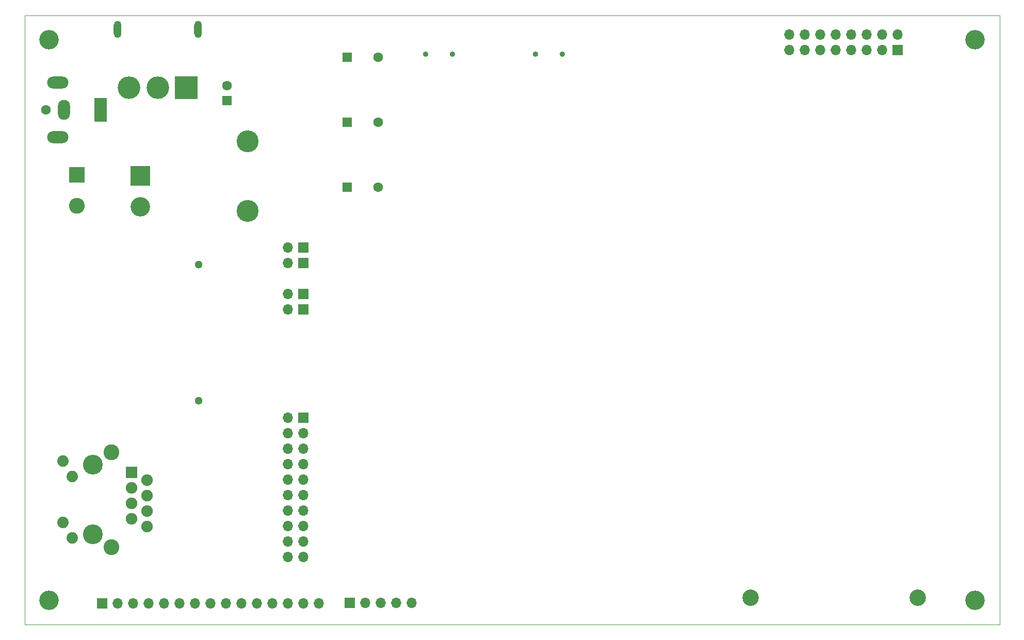
<source format=gbr>
%TF.GenerationSoftware,KiCad,Pcbnew,6.0.11-2627ca5db0~126~ubuntu22.04.1*%
%TF.CreationDate,2023-07-01T17:45:04+02:00*%
%TF.ProjectId,marco-ram-board,6d617263-6f2d-4726-916d-2d626f617264,rev?*%
%TF.SameCoordinates,Original*%
%TF.FileFunction,Soldermask,Bot*%
%TF.FilePolarity,Negative*%
%FSLAX46Y46*%
G04 Gerber Fmt 4.6, Leading zero omitted, Abs format (unit mm)*
G04 Created by KiCad (PCBNEW 6.0.11-2627ca5db0~126~ubuntu22.04.1) date 2023-07-01 17:45:04*
%MOMM*%
%LPD*%
G01*
G04 APERTURE LIST*
%TA.AperFunction,Profile*%
%ADD10C,0.100000*%
%TD*%
%ADD11R,1.600000X1.600000*%
%ADD12C,1.600000*%
%ADD13R,1.700000X1.700000*%
%ADD14O,1.700000X1.700000*%
%ADD15R,2.000000X4.000000*%
%ADD16O,2.000000X3.300000*%
%ADD17O,3.500000X2.000000*%
%ADD18C,0.900000*%
%ADD19O,1.270000X2.794000*%
%ADD20R,3.708400X3.708400*%
%ADD21C,3.708400*%
%ADD22C,3.200000*%
%ADD23C,2.700000*%
%ADD24C,1.300000*%
%ADD25R,3.200000X3.200000*%
%ADD26O,3.200000X3.200000*%
%ADD27R,2.600000X2.600000*%
%ADD28C,2.600000*%
%ADD29C,3.600000*%
%ADD30C,3.250000*%
%ADD31C,1.890000*%
%ADD32R,1.900000X1.900000*%
%ADD33C,1.900000*%
G04 APERTURE END LIST*
D10*
X230000000Y-140000000D02*
X230000000Y-40000000D01*
X70000000Y-40000000D02*
X230000000Y-40000000D01*
X70000000Y-40000000D02*
X70000000Y-140000000D01*
X70000000Y-140000000D02*
X230000000Y-140000000D01*
D11*
%TO.C,C604*%
X122969349Y-68194000D03*
D12*
X127969349Y-68194000D03*
%TD*%
D13*
%TO.C,J206*%
X115720000Y-106040000D03*
D14*
X113180000Y-106040000D03*
X115720000Y-108580000D03*
X113180000Y-108580000D03*
X115720000Y-111120000D03*
X113180000Y-111120000D03*
X115720000Y-113660000D03*
X113180000Y-113660000D03*
X115720000Y-116200000D03*
X113180000Y-116200000D03*
X115720000Y-118740000D03*
X113180000Y-118740000D03*
X115720000Y-121280000D03*
X113180000Y-121280000D03*
X115720000Y-123820000D03*
X113180000Y-123820000D03*
X115720000Y-126360000D03*
X113180000Y-126360000D03*
X115720000Y-128900000D03*
X113180000Y-128900000D03*
%TD*%
D13*
%TO.C,J202*%
X115695000Y-88321000D03*
D14*
X113155000Y-88321000D03*
%TD*%
D12*
%TO.C,J601*%
X73446000Y-55494000D03*
D15*
X82446000Y-55494000D03*
D16*
X76446000Y-55494000D03*
D17*
X75446000Y-59994000D03*
X75446000Y-50994000D03*
%TD*%
D18*
%TO.C,J201*%
X153800000Y-46400000D03*
X158200000Y-46400000D03*
%TD*%
D13*
%TO.C,J204*%
X115695000Y-80701000D03*
D14*
X113155000Y-80701000D03*
%TD*%
D18*
%TO.C,J501*%
X140200000Y-46400000D03*
X135800000Y-46400000D03*
%TD*%
D19*
%TO.C,SW601*%
X98446500Y-42328000D03*
X85238500Y-42328000D03*
D20*
X96541500Y-51853000D03*
D21*
X91842500Y-51853000D03*
X87143500Y-51853000D03*
%TD*%
D13*
%TO.C,J203*%
X115695000Y-85781000D03*
D14*
X113155000Y-85781000D03*
%TD*%
D22*
%TO.C,H102*%
X226000000Y-44000000D03*
%TD*%
D23*
%TO.C,H501*%
X189160000Y-135602857D03*
%TD*%
D13*
%TO.C,J205*%
X115695000Y-78161000D03*
D14*
X113155000Y-78161000D03*
%TD*%
D23*
%TO.C,H502*%
X216560000Y-135602857D03*
%TD*%
D22*
%TO.C,H101*%
X74000000Y-44000000D03*
%TD*%
D24*
%TO.C,J502*%
X98550000Y-80900000D03*
X98550000Y-103300000D03*
%TD*%
D11*
%TO.C,C603*%
X122969349Y-57526000D03*
D12*
X127969349Y-57526000D03*
%TD*%
D13*
%TO.C,J301*%
X123340000Y-136495000D03*
D14*
X125880000Y-136495000D03*
X128420000Y-136495000D03*
X130960000Y-136495000D03*
X133500000Y-136495000D03*
%TD*%
D11*
%TO.C,C602*%
X122969349Y-46858000D03*
D12*
X127969349Y-46858000D03*
%TD*%
D25*
%TO.C,D601*%
X89000000Y-66360000D03*
D26*
X89000000Y-71440000D03*
%TD*%
D13*
%TO.C,J302*%
X82700000Y-136520000D03*
D14*
X85240000Y-136520000D03*
X87780000Y-136520000D03*
X90320000Y-136520000D03*
X92860000Y-136520000D03*
X95400000Y-136520000D03*
X97940000Y-136520000D03*
X100480000Y-136520000D03*
X103020000Y-136520000D03*
X105560000Y-136520000D03*
X108100000Y-136520000D03*
X110640000Y-136520000D03*
X113180000Y-136520000D03*
X115720000Y-136520000D03*
X118260000Y-136520000D03*
%TD*%
D13*
%TO.C,J503*%
X213235000Y-45692857D03*
D14*
X213235000Y-43152857D03*
X210695000Y-45692857D03*
X210695000Y-43152857D03*
X208155000Y-45692857D03*
X208155000Y-43152857D03*
X205615000Y-45692857D03*
X205615000Y-43152857D03*
X203075000Y-45692857D03*
X203075000Y-43152857D03*
X200535000Y-45692857D03*
X200535000Y-43152857D03*
X197995000Y-45692857D03*
X197995000Y-43152857D03*
X195455000Y-45692857D03*
X195455000Y-43152857D03*
%TD*%
D27*
%TO.C,J602*%
X78585000Y-66157000D03*
D28*
X78585000Y-71237000D03*
%TD*%
D29*
%TO.C,L601*%
X106576000Y-60701000D03*
X106576000Y-72141000D03*
%TD*%
D22*
%TO.C,H103*%
X226000000Y-136000000D03*
%TD*%
D30*
%TO.C,J504*%
X81206000Y-125217000D03*
X81206000Y-113787000D03*
D28*
X84256000Y-111727000D03*
X84256000Y-127277000D03*
D31*
X77826000Y-125827000D03*
X76306000Y-123287000D03*
X77826000Y-115717000D03*
X76306000Y-113177000D03*
D32*
X87546000Y-115057000D03*
D33*
X90086000Y-116327000D03*
X87546000Y-117597000D03*
X90086000Y-118867000D03*
X87546000Y-120137000D03*
X90086000Y-121407000D03*
X87546000Y-122677000D03*
X90086000Y-123947000D03*
%TD*%
D11*
%TO.C,C601*%
X103200000Y-54000000D03*
D12*
X103200000Y-51500000D03*
%TD*%
D22*
%TO.C,H104*%
X74000000Y-136000000D03*
%TD*%
M02*

</source>
